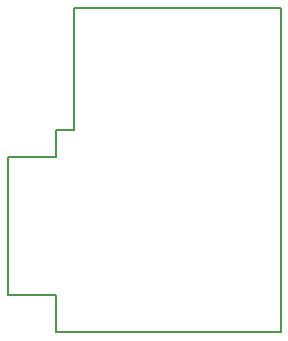
<source format=gm1>
G04 #@! TF.GenerationSoftware,KiCad,Pcbnew,(5.1.4)-1*
G04 #@! TF.CreationDate,2020-07-27T08:05:22+02:00*
G04 #@! TF.ProjectId,HM-ES-PMSw1-Pl_GosundSP1,484d2d45-532d-4504-9d53-77312d506c5f,rev?*
G04 #@! TF.SameCoordinates,Original*
G04 #@! TF.FileFunction,Profile,NP*
%FSLAX46Y46*%
G04 Gerber Fmt 4.6, Leading zero omitted, Abs format (unit mm)*
G04 Created by KiCad (PCBNEW (5.1.4)-1) date 2020-07-27 08:05:22*
%MOMM*%
%LPD*%
G04 APERTURE LIST*
%ADD10C,0.150000*%
G04 APERTURE END LIST*
D10*
X102000080Y-94400080D02*
X102000080Y-84100080D01*
X100500080Y-94400080D02*
X102000080Y-94400080D01*
X100500080Y-108400080D02*
X100500080Y-111500080D01*
X96400080Y-108400080D02*
X100500080Y-108400080D01*
X96400080Y-96700080D02*
X96400080Y-108400080D01*
X100500080Y-94400080D02*
X100500080Y-96700080D01*
X100500080Y-96700080D02*
X96400080Y-96700080D01*
X100500080Y-111500080D02*
X119500080Y-111500080D01*
X119500080Y-84100080D02*
X102000080Y-84100080D01*
X119500080Y-111500080D02*
X119500080Y-84100080D01*
M02*

</source>
